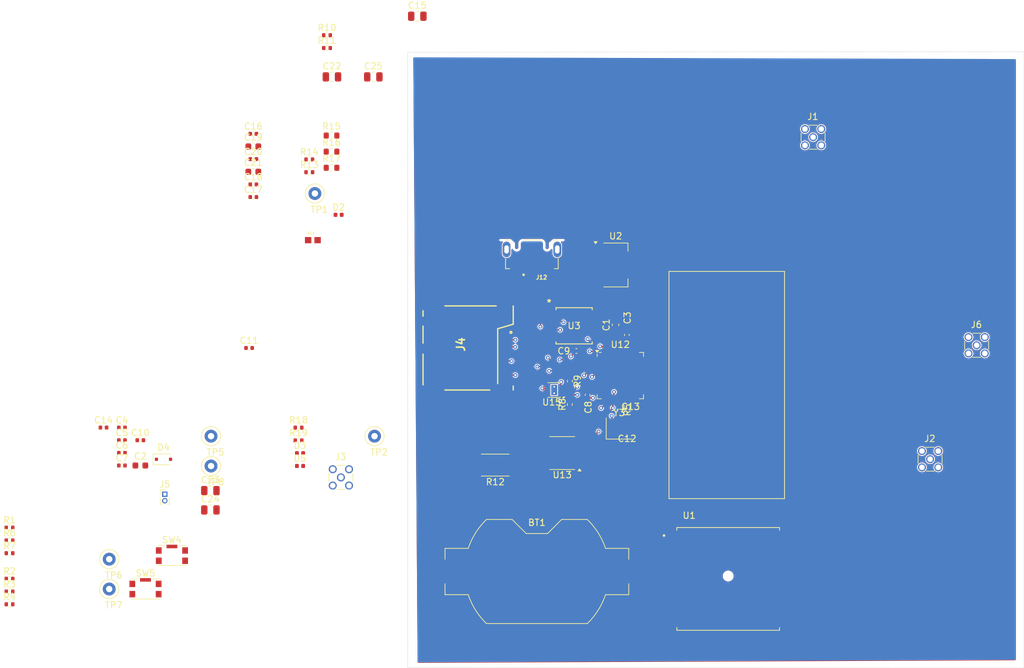
<source format=kicad_pcb>
(kicad_pcb (version 20241229) (generator "pcbnew") (generator_version "9.0")
  (layers (0 "F.Cu" power) (4 "In1.Cu" signal) (6 "In2.Cu" signal) (2 "B.Cu" power) (13 "F.Paste" user) (15 "B.Paste" user) (5 "F.SilkS" user "F.Silkscreen") (7 "B.SilkS" user "B.Silkscreen") (1 "F.Mask" user) (3 "B.Mask" user) (25 "Edge.Cuts" user))
  (net 0 "")
  (net 1 "/RP2040 MCU/Crystal In")
  (net 2 "Net-(C13-Pad1)")
  (net 3 "+1V1")
  (net 4 "/Sensors/VBACKUP")
  (net 5 "GND")
  (net 6 "VBUS")
  (net 7 "Net-(D2-A)")
  (net 8 "Net-(D3-A)")
  (net 9 "Net-(D5-A)")
  (net 10 "Cosmic Analog")
  (net 11 "Net-(U1-VCC)")
  (net 12 "Net-(J2-In)")
  (net 15 "/RP2040 MCU/Crystal Out")
  (net 16 "Net-(U12-USB_DP)")
  (net 17 "Net-(U12-USB_DM)")
  (net 19 "MicroSD CLK")
  (net 20 "Net-(J6-In)")
  (net 21 "/RP2040 MCU/QSPI_SCLK")
  (net 22 "/RP2040 MCU/QSPI_SD0")
  (net 23 "/RP2040 MCU/QSPI_SD1")
  (net 24 "/RP2040 MCU/QSPI_SD2")
  (net 25 "/RP2040 MCU/QSPI_SD3")
  (net 26 "/RP2040 MCU/QSPI_SS")
  (net 28 "RP2040 Reset")
  (net 29 "SDA0")
  (net 30 "SCL0")
  (net 31 "Net-(U1-3D-FIX)")
  (net 32 "GPS Reset")
  (net 33 "RF Reset")
  (net 34 "RF MISO")
  (net 35 "GPS UART Tx")
  (net 36 "RF DIO4")
  (net 37 "Net-(U1-TX)")
  (net 38 "GPS UART Rx")
  (net 39 "+3.3V")
  (net 40 "RF SCK")
  (net 41 "RF NSS")
  (net 42 "Net-(D4-A)")
  (net 43 "RF MOSI")
  (net 49 "Net-(U1-RX)")
  (net 50 "Cosmic Power")
  (net 53 "USB_DM")
  (net 54 "USB_DP")
  (net 59 "MicroSD MOSI")
  (net 60 "SWCLK")
  (net 61 "MicroSD CS")
  (net 62 "MicroSD MISO")
  (net 63 "SWD")
  (net 68 "Net-(D4-K)")
  (net 69 "SCL1")
  (net 80 "SDA1")
  (footprint "Diode_SMD:D_SOD-323F" (layer "F.Cu") (at 62.06 125.94103)
    (property "Reference" "D4")
    (property "Value" "NSR0320")
  )
  (footprint "Package_DFN_QFN:QFN-56-1EP_7x7mm_P0.4mm_EP3.2x3.2mm" (layer "F.Cu") (at 133.225 112.9)
    (property "Reference" "U12")
    (property "Value" "RP2040")
  )
  (footprint "1my_footprints:TestPoint_Loop_D1.80mm_Drill1.0mm_Beaded" (layer "F.Cu") (at 94.935 122.34103)
    (property "Reference" "TP2")
    (property "Value" "TestPoint")
  )
  (footprint "Capacitor_SMD:C_0201_0603Metric" (layer "F.Cu") (at 134.82 118.8)
    (property "Reference" "C13")
    (property "Value" "15p")
  )
  (footprint "Resistor_SMD:R_0402_1005Metric" (layer "F.Cu") (at 38.075 140.57103)
    (property "Reference" "R7")
    (property "Value" "10k")
  )
  (footprint "1my_footprints:SOIC_208MIL_WIN" (layer "F.Cu") (at 126.025 105.15)
    (property "Reference" "U3")
    (property "Value" "W25Q128JVS")
  )
  (footprint "1my_footprints:CD-PA1616D" (layer "F.Cu") (at 150.025 144.575)
    (property "Reference" "U1")
    (property "Value" "CD-PA1616D")
  )
  (footprint "Capacitor_SMD:C_0805_2012Metric" (layer "F.Cu") (at 69.365 130.82103)
    (property "Reference" "C23")
    (property "Value" "10u")
  )
  (footprint "1my_footprints:TestPoint_Loop_D1.80mm_Drill1.0mm_Beaded" (layer "F.Cu") (at 69.465 126.99103)
    (property "Reference" "TP8")
    (property "Value" "TestPoint")
  )
  (footprint "Capacitor_SMD:C_0402_1005Metric" (layer "F.Cu") (at 76.055 75.24103)
    (property "Reference" "C16")
    (property "Value" "100nF")
  )
  (footprint "Connector_Coaxial:MMCX_Molex_73415-1471_Vertical" (layer "F.Cu") (at 188.73 108.18)
    (property "Reference" "J6")
    (property "Value" "Conn_Coaxial")
  )
  (footprint "Resistor_SMD:R_0402_1005Metric" (layer "F.Cu") (at 38.075 138.58103)
    (property "Reference" "R6")
    (property "Value" "10k")
  )
  (footprint "Battery:BatteryHolder_Keystone_1058_1x2032" (layer "F.Cu") (at 120.225 143.425 180)
    (property "Reference" "BT1")
    (property "Value" "3V")
  )
  (footprint "Capacitor_SMD:C_0603_1608Metric" (layer "F.Cu") (at 76.055 77.21103)
    (property "Reference" "C19")
    (property "Value" "1uF")
  )
  (footprint "Capacitor_SMD:C_0402_1005Metric" (layer "F.Cu") (at 128.125 115.905 -90)
    (property "Reference" "C8")
    (property "Value" "100n")
  )
  (footprint "Capacitor_SMD:C_0402_1005Metric" (layer "F.Cu") (at 55.585 124.94103)
    (property "Reference" "C6")
    (property "Value" "100n")
  )
  (footprint "Capacitor_SMD:C_0805_2012Metric" (layer "F.Cu") (at 101.6 56.925)
    (property "Reference" "C15")
    (property "Value" "10u")
  )
  (footprint "Capacitor_SMD:C_0402_1005Metric" (layer "F.Cu") (at 134.25 106.57 90)
    (property "Reference" "C3")
    (property "Value" "100n")
  )
  (footprint "Connector_Coaxial:MMCX_Molex_73415-1471_Vertical" (layer "F.Cu") (at 163.255 75.77)
    (property "Reference" "J1")
    (property "Value" "Conn_Coaxial")
  )
  (footprint "1my_footprints:microSD-503398-1892-1" (layer "F.Cu") (at 116.54 102.05 -90)
    (property "Reference" "J4")
    (property "Value" "Micro_SD_Card_Det1" (hide yes))
  )
  (footprint "Capacitor_SMD:C_0603_1608Metric" (layer "F.Cu") (at 76.055 81.15103)
    (property "Reference" "C21")
    (property "Value" "1uF")
  )
  (footprint "Package_TO_SOT_SMD:SOT-223-3_TabPin2" (layer "F.Cu") (at 132.5 95.675)
    (property "Reference" "U2")
    (property "Value" "NCP1117-3.3_SOT223")
  )
  (footprint "Resistor_SMD:R_0402_1005Metric" (layer "F.Cu") (at 84.775 81.22103)
    (property "Reference" "R13")
    (property "Value" "10k")
  )
  (footprint "Capacitor_SMD:C_0402_1005Metric" (layer "F.Cu") (at 75.395 108.6)
    (property "Reference" "C11")
    (property "Value" "100n")
  )
  (footprint "Resistor_SMD:R_0402_1005Metric" (layer "F.Cu") (at 125.375 113.765 -90)
    (property "Reference" "R9")
    (property "Value" "5k")
  )
  (footprint "Resistor_SMD:R_0603_1608Metric" (layer "F.Cu") (at 88.235 80.53103)
    (property "Reference" "R17")
    (property "Value" "470")
  )
  (footprint "Resistor_SMD:R_0402_1005Metric" (layer "F.Cu") (at 38.075 146.54103)
    (property "Reference" "R3")
    (property "Value" "27")
  )
  (footprint "Resistor_SMD:R_0402_1005Metric" (layer "F.Cu") (at 38.075 144.55103)
    (property "Reference" "R2")
    (property "Value" "27")
  )
  (footprint "Capacitor_SMD:C_0402_1005Metric" (layer "F.Cu") (at 52.715 121.00103)
    (property "Reference" "C14")
    (property "Value" "100n")
  )
  (footprint "Crystal:Crystal_SMD_3225-4Pin_3.2x2.5mm" (layer "F.Cu") (at 133.025 121.15)
    (property "Reference" "Y3")
    (property "Value" "ABM8-272-T3")
  )
  (footprint "LED_SMD:LED_0402_1005Metric" (layer "F.Cu") (at 83.33 126.98103)
    (property "Reference" "D5")
    (property "Value" "LED")
  )
  (footprint "Resistor_SMD:R_0402_1005Metric" (layer "F.Cu") (at 83.095 123.00103)
    (property "Reference" "R19")
    (property "Value" "10k")
  )
  (footprint "Capacitor_SMD:C_0201_0603Metric" (layer "F.Cu") (at 134.27 123.775)
    (property "Reference" "C12")
    (property "Value" "15p")
  )
  (footprint "Resistor_SMD:R_2512_6332Metric" (layer "F.Cu") (at 113.75 126.85 180)
    (property "Reference" "R12")
    (property "Value" "0.002")
  )
  (footprint "Capacitor_SMD:C_0805_2012Metric" (layer "F.Cu") (at 69.365 133.83103)
    (property "Reference" "C24")
    (property "Value" "10u")
  )
  (footprint "LED_SMD:LED_0402_1005Metric" (layer "F.Cu") (at 89.34 87.86103)
    (property "Reference" "D2")
    (property "Value" "LED")
  )
  (footprint "Capacitor_SMD:C_0402_1005Metric" (layer "F.Cu") (at 55.585 121.00103)
    (property "Reference" "C4")
    (property "Value" "100n")
  )
  (footprint "Resistor_SMD:R_0402_1005Metric" (layer "F.Cu") (at 87.53 59.885)
    (property "Reference" "R10")
    (property "Value" "10k")
  )
  (footprint "Capacitor_SMD:C_0402_1005Metric" (layer "F.Cu") (at 58.455 122.97103)
    (property "Reference" "C10")
    (property "Value" "100n")
  )
  (footprint "Resistor_SMD:R_0402_1005Metric" (layer "F.Cu") (at 84.775 79.23103)
    (property "Reference" "R14")
    (property "Value" "10k")
  )
  (footprint "LED_SMD:LED_0402_1005Metric" (layer "F.Cu") (at 83.33 124.99103)
    (property "Reference" "D3")
    (property "Value" "LED")
  )
  (footprint "Resistor_SMD:R_0402_1005Metric" (layer "F.Cu") (at 133.15 118.26 -90)
    (property "Reference" "R5")
    (property "Value" "1k")
  )
  (footprint "Connector_PinHeader_1.00mm:PinHeader_1x02_P1.00mm_Vertical" (layer "F.Cu") (at 62.265 131.39103)
    (property "Reference" "J5")
    (property "Value" "Conn_01x02_Pin")
  )
  (footprint "1my_footprints:RFM98PW" (layer "F.Cu") (at 149.3 114.375 90)
    (property "Reference" "U16" (hide yes))
    (property "Value" "RFM98PW" (hide yes))
  )
  (footprint "Resistor_SMD:R_0402_1005Metric" (layer "F.Cu") (at 83.095 121.01103)
    (property "Reference" "R18")
    (property "Value" "10k")
  )
  (footprint "Capacitor_SMD:C_0402_1005Metric" (layer "F.Cu") (at 55.585 126.91103)
    (property "Reference" "C7")
    (property "Value" "100n")
  )
  (footprint "Capacitor_SMD:C_0402_1005Metric" (layer "F.Cu") (at 76.055 85.09103)
    (property "Reference" "C17")
    (property "Value" "10nF")
  )
  (footprint "Connector_Coaxial:MMCX_Molex_73415-1471_Vertical" (layer "F.Cu") (at 89.695 128.76103)
    (property "Reference" "J3")
    (property "Value" "Conn_Coaxial_Power")
  )
  (footprint "Capacitor_SMD:C_0402_1005Metric" (layer "F.Cu") (at 76.055 83.12103)
    (property "Reference" "C18")
    (property "Value" "100n")
  )
  (footprint "Button_Switch_SMD:SW_Push_1P1T-SH_NO_CK_KMR2xxG" (layer "F.Cu") (at 59.255 146.15103)
    (property "Reference" "SW5")
    (property "Value" "SW_Push_Shielded")
  )
  (footprint "Package_SO:SOIC-8_3.9x4.9mm_P1.27mm" (layer "F.Cu") (at 124.175 124.975 180)
    (property "Reference" "U13")
    (property "Value" "INA219AxD")
  )
  (footprint "Resistor_SMD:R_0402_1005Metric" (layer "F.Cu") (at 125.35 117.41 90)
    (property "Reference" "R8")
    (property "Value" "5k")
  )
  (footprint "1my_footprints:TestPoint_Loop_D1.80mm_Drill1.0mm_Beaded" (layer "F.Cu") (at 85.645 84.54103)
    (property "Reference" "TP1")
    (property "Value" "TestPoint")
  )
  (footprint "Capacitor_SMD:C_0603_1608Metric" (layer "F.Cu") (at 58.455 126.91103)
    (property "Reference" "C2")
    (property "Value" "1u")
  )
  (footprint "1my_footprints:microUSB" (layer "F.Cu") (at 119.45 91.8 180)
    (property "Reference" "J12")
    (property "Value" "USB_B_Micro")
    (fp_line (start 4.9 0) (end 3.4 0) (stroke (width 0.01)) (layer "Edge.Cuts"))
    (fp_line (start 3.4 0) (end 2.825 -0.5) (stroke (width 0.01)) (layer "Edge.Cuts"))
    (fp_line (start 2.825 -1.15) (end 2.825 -0.5) (stroke (width 0.01)) (layer "Edge.Cuts"))
    (fp_line (start 1.925 -1.15) (end 1.925 -0.5) (stroke (width 0.01)) (layer "Edge.Cuts"))
    (fp_line (start 0.00053 0.004943) (end 1.3 0) (stroke (width 0.01)) (layer "Edge.Cuts"))
    (fp_line (start 0.00053 0.004943) (end -1.29947 0.004943) (stroke (width 0.01)) (layer "Edge.Cuts"))
    (fp_line (start -1.925 -1.15) (end -1.925 -0.5) (stroke (width 0.01)) (layer "Edge.Cuts"))
    (fp_line (start -2.825 -1.15) (end -2.825 -0.5) (stroke (width 0.01)) (layer "Edge.Cuts"))
    (fp_line (start -3.4 0) (end -2.825 -0.5) (stroke (width 0.01)) (layer "Edge.Cuts"))
    (fp_line (start -4.9 0) (end -3.4 0) (stroke (width 0.01)) (layer "Edge.Cuts"))
    (fp_arc (start 1.925529 -0.504943) (mid 1.717412 -0.122833) (end 1.3 0) (stroke (width 0.01)) (layer "Edge.Cuts"))
    (fp_arc (start 1.925 -1.15) (mid 2.375 -1.6) (end 2.825 -1.15) (stroke (width 0.01)) (layer "Edge.Cuts"))
    (fp_arc (start -1.29947 0.004943) (mid -1.716881 -0.117891) (end -1.924999 -0.5) (stroke (width 0.01)) (layer "Edge.Cuts"))
    (fp_arc (start -2.825 -1.15) (mid -2.375 -1.6) (end -1.925 -1.15) (stroke (width 0.01)) (layer "Edge.Cuts"))
  )
  (footprint "Resistor_SMD:R_0603_1608Metric" (layer "F.Cu") (at 88.235 78.02103)
    (property "Reference" "R16")
    (property "Value" "470")
  )
  (footprint "Capacitor_SMD:C_0603_1608Metric" (layer "F.Cu") (at 132.475 105 90)
    (property "Reference" "C1")
    (property "Value" "1u")
  )
  (footprint "Capacitor_SMD:C_0805_2012Metric" (layer "F.Cu") (at 94.75 66.375)
    (property "Reference" "C25")
    (property "Value" "10u")
  )
  (footprint "1my_footprints:TestPoint_Loop_D1.80mm_Drill1.0mm_Beaded" (layer "F.Cu") (at 69.465 122.34103)
    (property "Reference" "TP5")
    (property "Value" "TestPoint")
  )
  (footprint "1my_footprints:BEADC1608X95N" (layer "F.Cu") (at 85.33 91.80603)
    (property "Reference" "FL1")
    (property "Value" "BLM18BD601SN1J")
  )
  (footprint "Resistor_SMD:R_0402_1005Metric" (layer "F.Cu") (at 87.53 61.875)
    (property "Reference" "R11")
    (property "Value" "10k")
  )
  (footprint "1my_footprints:TestPoint_Loop_D1.80mm_Drill1.0mm_Beaded" (layer "F.Cu") (at 53.605 146.15103)
    (property "Reference" "TP7")
    (property "Value" "TestPoint")
  )
  (footprint "Resistor_SMD:R_0603_1608Metric" (layer "F.Cu") (at 88.235 75.51103)
    (property "Reference" "R15")
    (property "Value" "470")
  )
  (footprint "Resistor_SMD:R_0402_1005Metric" (layer "F.Cu") (at 38.075 136.59103)
    (property "Reference" "R1")
    (property "Value" "10k")
  )
  (footprint "Button_Switch_SMD:SW_Push_1P1T-SH_NO_CK_KMR2xxG" (layer "F.Cu") (at 63.375 140.95)
    (property "Reference" "SW4")
    (property "Value" "SW_Push_Shielded")
  )
  (footprint "1my_footprints:TestPoint_Loop_D1.80mm_Drill1.0mm_Beaded" (layer "F.Cu") (at 53.605 141.50103)
    (property "Reference" "TP6")
    (property "Value" "TestPoint")
  )
  (footprint "Capacitor_SMD:C_0402_1005Metric" (layer "F.Cu") (at 76.055 79.18103)
    (property "Reference" "C20")
    (property "Value" "100nF")
  )
  (footprint "Capacitor_SMD:C_0805_2012Metric" (layer "F.Cu") (at 88.3 66.375)
    (property "Reference" "C22")
    (property "Value" "10u")
  )
  (footprint "Resistor_SMD:R_0402_1005Metric" (layer "F.Cu") (at 38.075 148.53103)
    (property "Reference" "R4")
    (property "Value" "1k")
  )
  (footprint "Package_SON:WSON-8-1EP_2x2mm_P0.5mm_EP0.9x1.6mm_ThermalVias" (layer "F.Cu") (at 122.925 115.15 180)
    (property "Reference" "U15")
    (property "Value" "TMP1075DSG")
  )
  (footprint "Capacitor_SMD:C_0402_1005Metric" (layer "F.Cu") (at 55.585 122.97103)
    (property "Reference" "C5")
    (property "Value" "100n")
  )
  (footprint "Capacitor_SMD:C_0402_1005Metric" (layer "F.Cu") (at 126.38 109.075 180)
    (property "Reference" "C9")
    (property "Value" "100n")
  )
  (footprint "Connector_Coaxial:MMCX_Molex_73415-1471_Vertical" (layer "F.Cu") (at 181.48 125.93)
    (property "Reference" "J2")
    (property "Value" "Conn_Coaxial")
  )
  (gr_line (start 196.1 158.45) (end 100.1 158.425) (stroke (width 0.05)) (layer "Edge.Cuts"))
  (gr_line (start 100.1 158.425) (end 100.1 62.525) (stroke (width 0.05)) (layer "Edge.Cuts"))
  (gr_line (start 100.1 62.525) (end 196.1 62.45) (stroke (width 0.05)) (layer "Edge.Cuts"))
  (gr_line (start 196.1 62.45) (end 196.1 158.45) (stroke (width 0.05)) (layer "Edge.Cuts"))
  (segment (start 132.625 116.925) (end 132.05 117.5) (width 0.2) (layer "F.Cu") (net 1))
  (segment (start 130.8 120.875) (end 130.8 119.2) (width 0.2) (layer "F.Cu") (net 1))
  (segment (start 131.925 122) (end 130.8 120.875) (width 0.2) (layer "F.Cu") (net 1))
  (segment (start 130.8 119.2) (end 132.05 117.95) (width 0.2) (layer "F.Cu") (net 1))
  (segment (start 132.05 117.5) (end 132.05 117.95) (width 0.2) (layer "F.Cu") (net 1))
  (segment (start 132.625 116.3375) (end 132.625 116.925) (width 0.2) (layer "F.Cu") (net 1))
  (via (at 132.05 117.95) (size 0.6) (drill 0.3) (layers "F.Cu" "B.Cu") (net 1))
  (segment (start 133.15 119.325) (end 134.125 120.3) (width 0.2) (layer "F.Cu") (net 2))
  (segment (start 133.15 118.77) (end 133.15 119.325) (width 0.2) (layer "F.Cu") (net 2))
  (segment (start 133.025 107.575) (end 132.475 107.025) (width 0.2) (layer "F.Cu") (net 3))
  (segment (start 132.475 107.025) (end 132.475 105.775) (width 0.2) (layer "F.Cu") (net 3))
  (segment (start 133.025 109.4625) (end 133.025 107.575) (width 0.2) (layer "F.Cu") (net 3))
  (segment (start 121.975 114.4) (end 121.575 114.4) (width 0.2) (layer "F.Cu") (net 5))
  (segment (start 132.225 115.475) (end 132.25 115.45) (width 0.2) (layer "F.Cu") (net 5))
  (segment (start 121.975 114.9) (end 121.075 114.9) (width 0.2) (layer "F.Cu") (net 5))
  (segment (start 123.875 114.05) (end 124.025 113.9) (width 0.2) (layer "F.Cu") (net 5))
  (segment (start 128.94 116.385) (end 128.95 116.375) (width 0.2) (layer "F.Cu") (net 5))
  (segment (start 128.125 116.385) (end 128.94 116.385) (width 0.2) (layer "F.Cu") (net 5))
  (segment (start 121.575 115.4) (end 121.075 114.9) (width 0.2) (layer "F.Cu") (net 5))
  (segment (start 121.575 114.4) (end 121.075 114.9) (width 0.2) (layer "F.Cu") (net 5))
  (segment (start 123.875 114.4) (end 123.875 114.05) (width 0.2) (layer "F.Cu") (net 5))
  (segment (start 131.925 120.3) (end 131.925 119.225) (width 0.2) (layer "F.Cu") (net 5))
  (segment (start 125.9 109.55) (end 125.525 109.925) (width 0.2) (layer "F.Cu") (net 5))
  (segment (start 121.975 115.4) (end 121.575 115.4) (width 0.2) (layer "F.Cu") (net 5))
  (segment (start 125.9 109.075) (end 125.9 109.55) (width 0.2) (layer "F.Cu") (net 5))
  (segment (start 131.925 119.225) (end 131.875 119.175) (width 0.2) (layer "F.Cu") (net 5))
  (segment (start 132.225 116.3375) (end 132.225 115.475) (width 0.2) (layer "F.Cu") (net 5))
  (via (at 132.25 115.45) (size 0.6) (drill 0.3) (layers "F.Cu" "B.Cu") (net 5))
  (via (at 128.95 116.375) (size 0.6) (drill 0.3) (layers "F.Cu" "B.Cu") (net 5))
  (via (at 121.075 114.9) (size 0.6) (drill 0.3) (layers "F.Cu" "B.Cu") (net 5))
  (via (at 124.025 113.9) (size 0.6) (drill 0.3) (layers "F.Cu" "B.Cu") (net 5))
  (via (at 125.525 109.925) (size 0.6) (drill 0.3) (layers "F.Cu" "B.Cu") (net 5))
  (via (at 131.875 119.175) (size 0.6) (drill 0.3) (layers "F.Cu" "B.Cu") (net 5))
  (segment (start 133.025 117.625) (end 133.15 117.75) (width 0.2) (layer "F.Cu") (net 15))
  (segment (start 133.025 116.3375) (end 133.025 117.625) (width 0.2) (layer "F.Cu") (net 15))
  (segment (start 115.14 110.62) (end 115.34 110.62) (width 0.2) (layer "F.Cu") (net 19))
  (segment (start 116.245 110.62) (end 116.275 110.65) (width 0.2) (layer "F.Cu") (net 19))
  (segment (start 115.14 110.62) (end 116.245 110.62) (width 0.2) (layer "F.Cu") (net 19))
  (segment (start 129.7875 111.5) (end 120.3 111.5) (width 0.2) (layer "F.Cu") (net 19))
  (via (at 116.275 110.65) (size 0.6) (drill 0.3) (layers "F.Cu" "B.Cu") (net 19))
  (via (at 120.3 111.5) (size 0.6) (drill 0.3) (layers "F.Cu" "B.Cu") (net 19))
  (segment (start 129.86 105.785) (end 129.6699 105.785) (width 0.2) (layer "F.Cu") (net 21))
  (segment (start 132.225 108.15) (end 129.86 105.785) (width 0.2) (layer "F.Cu") (net 21))
  (segment (start 132.225 109.4625) (end 132.225 108.15) (width 0.2) (layer "F.Cu") (net 21))
  (segment (start 131.825 109.4625) (end 131.825 108.45) (width 0.2) (layer "F.Cu") (net 22))
  (segment (start 131.825 108.45) (end 130.43 107.055) (width 0.2) (layer "F.Cu") (net 22))
  (segment (start 130.43 107.055) (end 129.6699 107.055) (width 0.2) (layer "F.Cu") (net 22))
  (segment (start 130.377064 108.35) (end 130.075 108.35) (width 0.2) (layer "F.Cu") (net 23))
  (segment (start 131.025 108.997936) (end 131.025 109.4625) (width 0.2) (layer "F.Cu") (net 23))
  (segment (start 124.25 104.475) (end 122.4201 104.475) (width 0.2) (layer "F.Cu") (net 23))
  (segment (start 124.375 104.6) (end 124.25 104.475) (width 0.2) (layer "F.Cu") (net 23))
  (segment (start 131.025 108.997936) (end 130.377064 108.35) (width 0.2) (layer "F.Cu") (net 23))
  (segment (start 122.4201 104.475) (end 122.3801 104.515) (width 0.2) (layer "F.Cu") (net 23))
  (via (at 130.075 108.35) (size 0.6) (drill 0.3) (layers "F.Cu" "B.Cu") (net 23))
  (via (at 124.375 104.6) (size 0.6) (drill 0.3) (layers "F.Cu" "B.Cu") (net 23))
  (segment (start 123.84 105.785) (end 123.85 105.775) (width 0.2) (layer "F.Cu") (net 24))
  (segment (start 131.425 108.75) (end 130.375 107.7) (width 0.2) (layer "F.Cu") (net 24))
  (segment (start 131.425 109.4625) (end 131.425 108.75) (width 0.2) (layer "F.Cu") (net 24))
  (segment (start 128.6 107.7) (end 130.375 107.7) (width 0.2) (layer "F.Cu") (net 24))
  (segment (start 122.3801 105.785) (end 123.84 105.785) (width 0.2) (layer "F.Cu") (net 24))
  (segment (start 128.125 107.225) (end 128.6 107.7) (width 0.2) (layer "F.Cu") (net 24))
  (via (at 123.85 105.775) (size 0.6) (drill 0.3) (layers "F.Cu" "B.Cu") (net 24))
  (via (at 128.125 107.225) (size 0.6) (drill 0.3) (layers "F.Cu" "B.Cu") (net 24))
  (segment (start 130.9 106.2) (end 130.9 105.025) (width 0.2) (layer "F.Cu") (net 25))
  (segment (start 130.9 105.025) (end 130.39 104.515) (width 0.2) (layer "F.Cu") (net 25))
  (segment (start 132.625 107.925) (end 130.9 106.2) (width 0.2) (layer "F.Cu") (net 25))
  (segment (start 130.39 104.515) (end 129.6699 104.515) (width 0.2) (layer "F.Cu") (net 25))
  (segment (start 132.625 109.4625) (end 132.625 107.925) (width 0.2) (layer "F.Cu") (net 25))
  (segment (start 121.8848 103.245) (end 120.775 104.3548) (width 0.2) (layer "F.Cu") (net 26))
  (segment (start 130.2875 109.125) (end 128.45 109.125) (width 0.2) (layer "F.Cu") (net 26))
  (segment (start 122.3801 103.245) (end 121.8848 103.245) (width 0.2) (layer "F.Cu") (net 26))
  (segment (start 120.775 104.3548) (end 120.775 105.275) (width 0.2) (layer "F.Cu") (net 26))
  (segment (start 130.625 109.4625) (end 130.2875 109.125) (width 0.2) (layer "F.Cu") (net 26))
  (via (at 128.45 109.125) (size 0.6) (drill 0.3) (layers "F.Cu" "B.Cu") (net 26))
  (via (at 120.775 105.275) (size 0.6) (drill 0.3) (layers "F.Cu" "B.Cu") (net 26))
  (segment (start 127.6 112.875) (end 128.175 112.3) (width 0.2) (layer "F.Cu") (net 29))
  (segment (start 124.825 115.9) (end 125.9 115.9) (width 0.2) (layer "F.Cu") (net 29))
  (segment (start 127.575 112.875) (end 127.6 112.875) (width 0.2) (layer "F.Cu") (net 29))
  (segment (start 125.35 116.9) (end 125.35 116.45) (width 0.2) (layer "F.Cu") (net 29))
  (segment (start 123.875 115.9) (end 124.825 115.9) (width 0.2) (layer "F.Cu") (net 29))
  (segment (start 125.9 115.9) (end 126.525 115.9) (width 0.2) (layer "F.Cu") (net 29))
  (segment (start 125.35 116.45) (end 125.9 115.9) (width 0.2) (layer "F.Cu") (net 29))
  (segment (start 128.175 112.3) (end 129.7875 112.3) (width 0.2) (layer "F.Cu") (net 29))
  (via (at 127.575 112.875) (size 0.6) (drill 0.3) (layers "F.Cu" "B.Cu") (net 29))
  (via (at 126.525 115.9) (size 0.6) (drill 0.3) (layers "F.Cu" "B.Cu") (net 29))
  (segment (start 124 115.275) (end 123.875 115.4) (width 0.2) (layer "F.Cu") (net 30))
  (segment (start 125.375 115) (end 125.65 115.275) (width 0.2) (layer "F.Cu") (net 30))
  (segment (start 125.9 115.275) (end 125.65 115.275) (width 0.2) (layer "F.Cu") (net 30))
  (segment (start 125.375 114.275) (end 125.375 115) (width 0.2) (layer "F.Cu") (net 30))
  (segment (start 129.225 112.7) (end 129.7875 112.7) (width 0.2) (layer "F.Cu") (net 30))
  (segment (start 126.5 114.65) (end 126.5 114.675) (width 0.2) (layer "F.Cu") (net 30))
  (segment (start 125.65 115.275) (end 124 115.275) (width 0.2) (layer "F.Cu") (net 30))
  (segment (start 126.5 114.675) (end 125.9 115.275) (width 0.2) (layer "F.Cu") (net 30))
  (segment (start 128.8125 113.1125) (end 129.225 112.7) (width 0.2) (layer "F.Cu") (net 30))
  (via (at 128.8125 113.1125) (size 0.6) (drill 0.3) (layers "F.Cu" "B.Cu") (net 30))
  (via (at 126.5 114.65) (size 0.6) (drill 0.3) (layers "F.Cu" "B.Cu") (net 30))
  (segment (start 133.425 108.8) (end 133.425 108.675) (width 0.2) (layer "F.Cu") (net 39))
  (segment (start 129.7875 113.9) (end 128.825 113.9) (width 0.2) (layer "F.Cu") (net 39))
  (segment (start 133.425 116.3375) (end 133.425 116.802064) (width 0.2) (layer "F.Cu") (net 39))
  (segment (start 133.425 116.802064) (end 133.947936 117.325) (width 0.2) (layer "F.Cu") (net 39))
  (segment (start 133.425 109.4625) (end 133.425 108.8) (width 0.2) (layer "F.Cu") (net 39))
  (segment (start 128.55 110.3) (end 128.175 109.925) (width 0.2) (layer "F.Cu") (net 39))
  (segment (start 133.825 108.7) (end 133.825 108.375) (width 0.2) (layer "F.Cu") (net 39))
  (segment (start 133.425 108.675) (end 133.425 108.35) (width 0.2) (layer "F.Cu") (net 39))
  (segment (start 129.7875 110.3) (end 128.55 110.3) (width 0.2) (layer "F.Cu") (net 39))
  (segment (start 128.825 113.9) (end 128.575 114.15) (width 0.2) (layer "F.Cu") (net 39))
  (segment (start 133.825 109.4625) (end 133.825 108.7) (width 0.2) (layer "F.Cu") (net 39))
  (segment (start 133.947936 117.325) (end 134.1 117.325) (width 0.2) (layer "F.Cu") (net 39))
  (segment (start 123.875 111.9) (end 129.7875 111.9) (width 0.2) (layer "F.Cu") (net 59))
  (segment (start 122.1375 112.1625) (end 123.6125 112.1625) (width 0.2) (layer "F.Cu") (net 59))
  (segment (start 116.845 108.42) (end 116.85 108.425) (width 0.2) (layer "F.Cu") (net 59))
  (segment (start 123.6125 112.1625) (end 123.875 111.9) (width 0.2) (layer "F.Cu") (net 59))
  (segment (start 115.14 108.42) (end 116.845 108.42) (width 0.2) (layer "F.Cu") (net 59))
  (via (at 122.1375 112.1625) (size 0.6) (drill 0.3) (layers "F.Cu" "B.Cu") (net 59))
  (via (at 116.85 108.425) (size 0.6) (drill 0.3) (layers "F.Cu" "B.Cu") (net 59))
  (segment (start 122.925 111.1) (end 129.7875 111.1) (width 0.2) (layer "F.Cu") (net 61))
  (segment (start 121.925 110.1) (end 122.925 111.1) (width 0.2) (layer "F.Cu") (net 61))
  (segment (start 115.14 107.32) (end 116.87 107.32) (width 0.2) (layer "F.Cu") (net 61))
  (segment (start 116.87 107.32) (end 116.875 107.325) (width 0.2) (layer "F.Cu") (net 61))
  (via (at 116.875 107.325) (size 0.6) (drill 0.3) (layers "F.Cu" "B.Cu") (net 61))
  (via (at 121.925 110.1) (size 0.6) (drill 0.3) (layers "F.Cu" "B.Cu") (net 61))
  (segment (start 116.87 112.82) (end 116.875 112.825) (width 0.2) (layer "F.Cu") (net 62))
  (segment (start 115.14 112.82) (end 116.87 112.82) (width 0.2) (layer "F.Cu") (net 62))
  (segment (start 124.9 110.7) (end 129.7875 110.7) (width 0.2) (layer "F.Cu") (net 62))
  (segment (start 124.6 110.4) (end 124.9 110.7) (width 0.2) (layer "F.Cu") (net 62))
  (segment (start 123.775 110.4) (end 124.6 110.4) (width 0.2) (layer "F.Cu") (net 62))
  (via (at 116.875 112.825) (size 0.6) (drill 0.3) (layers "F.Cu" "B.Cu") (net 62))
  (via (at 123.775 110.4) (size 0.6) (drill 0.3) (layers "F.Cu" "B.Cu") (net 62))
  (segment (start 131.825 116.3375) (end 131.825 117.175) (width 0.2) (layer "F.Cu") (net 69))
  (segment (start 129.025 119.975) (end 129.025 120.525) (width 0.2) (layer "F.Cu") (net 69))
  (segment (start 129.025 120.525) (end 126.65 122.9) (width 0.2) (layer "F.Cu") (net 69))
  (segment (start 126.65 122.9) (end 126.65 123.07) (width 0.2) (layer "F.Cu") (net 69))
  (segment (start 131.825 117.175) (end 129.025 119.975) (width 0.2) (layer "F.Cu") (net 69))
  (segment (start 127.11 124.34) (end 126.65 124.34) (width 0.2) (layer "F.Cu") (net 80))
  (segment (start 130.225 117.95) (end 130.2 117.95) (width 0.2) (layer "F.Cu") (net 80))
  (segment (start 130.225 117.95) (end 130.25 117.95) (width 0.2) (layer "F.Cu") (net 80))
  (segment (start 131.425 116.851032) (end 131.425 116.3375) (width 0.2) (layer "F.Cu") (net 80))
  (segment (start 130.2 117.95) (end 130.125 118.025) (width 0.2) (layer "F.Cu") (net 80))
  (segment (start 129.8375 121.6125) (end 127.11 124.34) (width 0.2) (layer "F.Cu") (net 80))
  (segment (start 130.275 117.925) (end 130.351032 117.925) (width 0.2) (layer "F.Cu") (net 80))
  (segment (start 130.351032 117.925) (end 131.425 116.851032) (width 0.2) (layer "F.Cu") (net 80))
  (segment (start 130.25 117.95) (end 130.275 117.925) (width 0.2) (layer "F.Cu") (net 80))
  (via (at 129.8375 121.6125) (size 0.6) (drill 0.3) (layers "F.Cu" "B.Cu") (net 80))
  (via (at 130.225 117.95) (size 0.6) (drill 0.3) (layers "F.Cu" "B.Cu") (net 80))
  (zone (net 39) (net_name "+3.3V") (layer "F.Cu") (connect_pads (clearance 0)) (min_thickness 0.25) (fill yes (thermal_gap 0.5) (thermal_bridge_width 0.5) (island_removal_mode 1) (island_area_min 10))
    (polygon (pts (xy 195 63.675) (xy 100.975 63.4) (xy 101.65 157.65) (xy 194.825 157.25) (xy 194.825 63.7)))
  )
  (zone (net 0) (net_name "") (layer "B.Cu") (connect_pads (clearance 0)) (min_thickness 0.25) (fill yes (thermal_gap 0.5) (thermal_bridge_width 0.5) (island_removal_mode 1) (island_area_min 10))
    (polygon (pts (xy 195 63.6) (xy 100.975 63.325) (xy 101.65 157.575) (xy 194.825 157.175) (xy 194.825 63.625)))
  )
)
</source>
